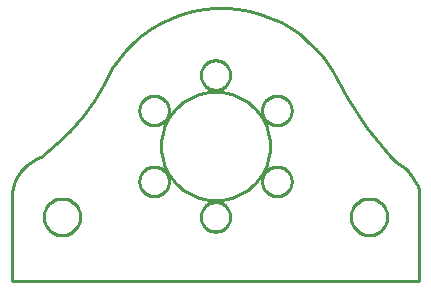
<source format=gbr>
G04 EAGLE Gerber RS-274X export*
G75*
%MOMM*%
%FSLAX34Y34*%
%LPD*%
%IN*%
%IPPOS*%
%AMOC8*
5,1,8,0,0,1.08239X$1,22.5*%
G01*
%ADD10C,0.254000*%


D10*
X0Y0D02*
X345000Y0D01*
X345000Y75000D01*
X344538Y76900D01*
X343588Y79874D01*
X342381Y82755D01*
X340929Y85519D01*
X339240Y88146D01*
X337330Y90616D01*
X335211Y92910D01*
X332901Y95010D01*
X330416Y96902D01*
X327776Y98569D01*
X325000Y100000D01*
X319948Y105609D01*
X301153Y128920D01*
X284461Y153780D01*
X270000Y180000D01*
X269620Y180597D01*
X264118Y188401D01*
X257956Y195696D01*
X251183Y202426D01*
X243848Y208539D01*
X236009Y213991D01*
X227725Y218738D01*
X219058Y222746D01*
X210075Y225982D01*
X200844Y228424D01*
X191435Y230051D01*
X181920Y230853D01*
X172372Y230822D01*
X162863Y229959D01*
X153465Y228270D01*
X144250Y225769D01*
X135288Y222475D01*
X126647Y218411D01*
X118394Y213610D01*
X110590Y208108D01*
X103295Y201947D01*
X96565Y195174D01*
X90451Y187839D01*
X85000Y180000D01*
X78332Y166424D01*
X69896Y152367D01*
X60268Y139098D01*
X49520Y126719D01*
X37734Y115324D01*
X25000Y105000D01*
X23802Y104559D01*
X20769Y103231D01*
X17864Y101643D01*
X15108Y99808D01*
X12523Y97740D01*
X10128Y95454D01*
X7941Y92968D01*
X5979Y90302D01*
X4257Y87474D01*
X2788Y84507D01*
X1583Y81423D01*
X651Y78246D01*
X0Y75000D01*
X0Y0D01*
X218503Y113052D02*
X218503Y114954D01*
X218425Y116854D01*
X218268Y118749D01*
X218032Y120636D01*
X217719Y122512D01*
X217329Y124373D01*
X216862Y126217D01*
X216320Y128040D01*
X215702Y129838D01*
X215011Y131610D01*
X214247Y133352D01*
X213412Y135060D01*
X212506Y136733D01*
X211533Y138366D01*
X210493Y139959D01*
X209388Y141506D01*
X208220Y143007D01*
X206990Y144458D01*
X205702Y145857D01*
X204358Y147202D01*
X202959Y148490D01*
X201507Y149719D01*
X200007Y150887D01*
X198459Y151992D01*
X196867Y153033D01*
X195233Y154006D01*
X193560Y154911D01*
X191852Y155746D01*
X190110Y156510D01*
X188339Y157202D01*
X186540Y157819D01*
X184717Y158362D01*
X182874Y158829D01*
X181012Y159219D01*
X179137Y159532D01*
X177249Y159767D01*
X175354Y159924D01*
X173454Y160003D01*
X171552Y160003D01*
X169652Y159924D01*
X167757Y159767D01*
X165870Y159532D01*
X163994Y159219D01*
X162133Y158829D01*
X160289Y158362D01*
X158466Y157819D01*
X156668Y157202D01*
X154896Y156510D01*
X153154Y155746D01*
X151446Y154911D01*
X149773Y154006D01*
X148140Y153033D01*
X146548Y151992D01*
X145000Y150887D01*
X143499Y149719D01*
X142048Y148490D01*
X140649Y147202D01*
X139304Y145857D01*
X138016Y144458D01*
X136787Y143007D01*
X135619Y141506D01*
X134514Y139959D01*
X133473Y138366D01*
X132500Y136733D01*
X131595Y135060D01*
X130760Y133352D01*
X129996Y131610D01*
X129304Y129838D01*
X128687Y128040D01*
X128144Y126217D01*
X127677Y124373D01*
X127287Y122512D01*
X126974Y120636D01*
X126739Y118749D01*
X126582Y116854D01*
X126503Y114954D01*
X126503Y113052D01*
X126582Y111152D01*
X126739Y109257D01*
X126974Y107369D01*
X127287Y105494D01*
X127677Y103632D01*
X128144Y101789D01*
X128687Y99966D01*
X129304Y98167D01*
X129996Y96396D01*
X130760Y94654D01*
X131595Y92946D01*
X132500Y91273D01*
X133473Y89639D01*
X134514Y88047D01*
X135619Y86499D01*
X136787Y84999D01*
X138016Y83547D01*
X139304Y82148D01*
X140649Y80804D01*
X142048Y79516D01*
X143499Y78286D01*
X145000Y77118D01*
X146548Y76013D01*
X148140Y74973D01*
X149773Y74000D01*
X151446Y73094D01*
X153154Y72259D01*
X154896Y71495D01*
X156668Y70804D01*
X158466Y70187D01*
X160289Y69644D01*
X162133Y69177D01*
X163994Y68787D01*
X165870Y68474D01*
X167757Y68238D01*
X169652Y68081D01*
X171552Y68003D01*
X173454Y68003D01*
X175354Y68081D01*
X177249Y68238D01*
X179137Y68474D01*
X181012Y68787D01*
X182874Y69177D01*
X184717Y69644D01*
X186540Y70187D01*
X188339Y70804D01*
X190110Y71495D01*
X191852Y72259D01*
X193560Y73094D01*
X195233Y74000D01*
X196867Y74973D01*
X198459Y76013D01*
X200007Y77118D01*
X201507Y78286D01*
X202959Y79516D01*
X204358Y80804D01*
X205702Y82148D01*
X206990Y83547D01*
X208220Y84999D01*
X209388Y86499D01*
X210493Y88047D01*
X211533Y89639D01*
X212506Y91273D01*
X213412Y92946D01*
X214247Y94654D01*
X215011Y96396D01*
X215702Y98167D01*
X216320Y99966D01*
X216862Y101789D01*
X217329Y103632D01*
X217719Y105494D01*
X218032Y107369D01*
X218268Y109257D01*
X218425Y111152D01*
X218503Y113052D01*
X58009Y53440D02*
X57930Y52336D01*
X57772Y51240D01*
X57537Y50158D01*
X57225Y49096D01*
X56838Y48058D01*
X56378Y47051D01*
X55848Y46080D01*
X55249Y45148D01*
X54586Y44262D01*
X53861Y43425D01*
X53078Y42642D01*
X52241Y41917D01*
X51355Y41254D01*
X50423Y40655D01*
X49452Y40124D01*
X48444Y39665D01*
X47407Y39278D01*
X46345Y38966D01*
X45263Y38730D01*
X44167Y38573D01*
X43063Y38494D01*
X41955Y38494D01*
X40851Y38573D01*
X39755Y38730D01*
X38673Y38966D01*
X37611Y39278D01*
X36574Y39665D01*
X35567Y40124D01*
X34595Y40655D01*
X33663Y41254D01*
X32777Y41917D01*
X31940Y42642D01*
X31157Y43425D01*
X30432Y44262D01*
X29769Y45148D01*
X29170Y46080D01*
X28640Y47051D01*
X28180Y48058D01*
X27793Y49096D01*
X27481Y50158D01*
X27246Y51240D01*
X27088Y52336D01*
X27009Y53440D01*
X27009Y54547D01*
X27088Y55652D01*
X27246Y56748D01*
X27481Y57829D01*
X27793Y58892D01*
X28180Y59929D01*
X28640Y60936D01*
X29170Y61908D01*
X29769Y62839D01*
X30432Y63726D01*
X31157Y64563D01*
X31940Y65345D01*
X32777Y66070D01*
X33663Y66734D01*
X34595Y67333D01*
X35567Y67863D01*
X36574Y68323D01*
X37611Y68710D01*
X38673Y69022D01*
X39755Y69257D01*
X40851Y69415D01*
X41955Y69494D01*
X43063Y69494D01*
X44167Y69415D01*
X45263Y69257D01*
X46345Y69022D01*
X47407Y68710D01*
X48444Y68323D01*
X49452Y67863D01*
X50423Y67333D01*
X51355Y66734D01*
X52241Y66070D01*
X53078Y65345D01*
X53861Y64563D01*
X54586Y63726D01*
X55249Y62839D01*
X55848Y61908D01*
X56378Y60936D01*
X56838Y59929D01*
X57225Y58892D01*
X57537Y57829D01*
X57772Y56748D01*
X57930Y55652D01*
X58009Y54547D01*
X58009Y53440D01*
X317997Y53440D02*
X317918Y52336D01*
X317761Y51240D01*
X317525Y50158D01*
X317213Y49096D01*
X316827Y48058D01*
X316367Y47051D01*
X315836Y46080D01*
X315237Y45148D01*
X314574Y44262D01*
X313849Y43425D01*
X313066Y42642D01*
X312229Y41917D01*
X311343Y41254D01*
X310412Y40655D01*
X309440Y40124D01*
X308433Y39665D01*
X307395Y39278D01*
X306333Y38966D01*
X305251Y38730D01*
X304155Y38573D01*
X303051Y38494D01*
X301944Y38494D01*
X300839Y38573D01*
X299743Y38730D01*
X298662Y38966D01*
X297599Y39278D01*
X296562Y39665D01*
X295555Y40124D01*
X294583Y40655D01*
X293652Y41254D01*
X292765Y41917D01*
X291929Y42642D01*
X291146Y43425D01*
X290421Y44262D01*
X289757Y45148D01*
X289159Y46080D01*
X288628Y47051D01*
X288168Y48058D01*
X287781Y49096D01*
X287469Y50158D01*
X287234Y51240D01*
X287076Y52336D01*
X286997Y53440D01*
X286997Y54547D01*
X287076Y55652D01*
X287234Y56748D01*
X287469Y57829D01*
X287781Y58892D01*
X288168Y59929D01*
X288628Y60936D01*
X289159Y61908D01*
X289757Y62839D01*
X290421Y63726D01*
X291146Y64563D01*
X291929Y65345D01*
X292765Y66070D01*
X293652Y66734D01*
X294583Y67333D01*
X295555Y67863D01*
X296562Y68323D01*
X297599Y68710D01*
X298662Y69022D01*
X299743Y69257D01*
X300839Y69415D01*
X301944Y69494D01*
X303051Y69494D01*
X304155Y69415D01*
X305251Y69257D01*
X306333Y69022D01*
X307395Y68710D01*
X308433Y68323D01*
X309440Y67863D01*
X310412Y67333D01*
X311343Y66734D01*
X312229Y66070D01*
X313066Y65345D01*
X313849Y64563D01*
X314574Y63726D01*
X315237Y62839D01*
X315836Y61908D01*
X316367Y60936D01*
X316827Y59929D01*
X317213Y58892D01*
X317525Y57829D01*
X317761Y56748D01*
X317918Y55652D01*
X317997Y54547D01*
X317997Y53440D01*
X185003Y173493D02*
X184926Y172514D01*
X184772Y171543D01*
X184543Y170588D01*
X184240Y169654D01*
X183864Y168747D01*
X183418Y167871D01*
X182905Y167034D01*
X182327Y166239D01*
X181689Y165492D01*
X180995Y164798D01*
X180248Y164160D01*
X179453Y163583D01*
X178616Y163069D01*
X177740Y162623D01*
X176833Y162247D01*
X175899Y161944D01*
X174944Y161715D01*
X173974Y161561D01*
X172994Y161484D01*
X172012Y161484D01*
X171033Y161561D01*
X170063Y161715D01*
X169108Y161944D01*
X168173Y162247D01*
X167266Y162623D01*
X166391Y163069D01*
X165553Y163583D01*
X164759Y164160D01*
X164012Y164798D01*
X163317Y165492D01*
X162679Y166239D01*
X162102Y167034D01*
X161589Y167871D01*
X161143Y168747D01*
X160767Y169654D01*
X160463Y170588D01*
X160234Y171543D01*
X160080Y172514D01*
X160003Y173493D01*
X160003Y174475D01*
X160080Y175454D01*
X160234Y176424D01*
X160463Y177380D01*
X160767Y178314D01*
X161143Y179221D01*
X161589Y180096D01*
X162102Y180934D01*
X162679Y181729D01*
X163317Y182475D01*
X164012Y183170D01*
X164759Y183808D01*
X165553Y184385D01*
X166391Y184899D01*
X167266Y185344D01*
X168173Y185720D01*
X169108Y186024D01*
X170063Y186253D01*
X171033Y186407D01*
X172012Y186484D01*
X172994Y186484D01*
X173974Y186407D01*
X174944Y186253D01*
X175899Y186024D01*
X176833Y185720D01*
X177740Y185344D01*
X178616Y184899D01*
X179453Y184385D01*
X180248Y183808D01*
X180995Y183170D01*
X181689Y182475D01*
X182327Y181729D01*
X182905Y180934D01*
X183418Y180096D01*
X183864Y179221D01*
X184240Y178314D01*
X184543Y177380D01*
X184772Y176424D01*
X184926Y175454D01*
X185003Y174475D01*
X185003Y173493D01*
X185003Y53535D02*
X184926Y52556D01*
X184772Y51586D01*
X184543Y50631D01*
X184240Y49696D01*
X183864Y48789D01*
X183418Y47914D01*
X182905Y47076D01*
X182327Y46282D01*
X181689Y45535D01*
X180995Y44840D01*
X180248Y44202D01*
X179453Y43625D01*
X178616Y43112D01*
X177740Y42666D01*
X176833Y42290D01*
X175899Y41986D01*
X174944Y41757D01*
X173974Y41603D01*
X172994Y41526D01*
X172012Y41526D01*
X171033Y41603D01*
X170063Y41757D01*
X169108Y41986D01*
X168173Y42290D01*
X167266Y42666D01*
X166391Y43112D01*
X165553Y43625D01*
X164759Y44202D01*
X164012Y44840D01*
X163317Y45535D01*
X162679Y46282D01*
X162102Y47076D01*
X161589Y47914D01*
X161143Y48789D01*
X160767Y49696D01*
X160463Y50631D01*
X160234Y51586D01*
X160080Y52556D01*
X160003Y53535D01*
X160003Y54517D01*
X160080Y55497D01*
X160234Y56467D01*
X160463Y57422D01*
X160767Y58356D01*
X161143Y59263D01*
X161589Y60139D01*
X162102Y60976D01*
X162679Y61771D01*
X163317Y62518D01*
X164012Y63212D01*
X164759Y63850D01*
X165553Y64428D01*
X166391Y64941D01*
X167266Y65387D01*
X168173Y65763D01*
X169108Y66066D01*
X170063Y66295D01*
X171033Y66449D01*
X172012Y66526D01*
X172994Y66526D01*
X173974Y66449D01*
X174944Y66295D01*
X175899Y66066D01*
X176833Y65763D01*
X177740Y65387D01*
X178616Y64941D01*
X179453Y64428D01*
X180248Y63850D01*
X180995Y63212D01*
X181689Y62518D01*
X182327Y61771D01*
X182905Y60976D01*
X183418Y60139D01*
X183864Y59263D01*
X184240Y58356D01*
X184543Y57422D01*
X184772Y56467D01*
X184926Y55497D01*
X185003Y54517D01*
X185003Y53535D01*
X236963Y83511D02*
X236886Y82532D01*
X236732Y81562D01*
X236503Y80607D01*
X236199Y79672D01*
X235823Y78765D01*
X235377Y77890D01*
X234864Y77052D01*
X234287Y76258D01*
X233649Y75511D01*
X232954Y74816D01*
X232207Y74178D01*
X231413Y73601D01*
X230575Y73088D01*
X229700Y72642D01*
X228792Y72266D01*
X227858Y71962D01*
X226903Y71733D01*
X225933Y71579D01*
X224954Y71502D01*
X223972Y71502D01*
X222992Y71579D01*
X222022Y71733D01*
X221067Y71962D01*
X220133Y72266D01*
X219225Y72642D01*
X218350Y73088D01*
X217513Y73601D01*
X216718Y74178D01*
X215971Y74816D01*
X215277Y75511D01*
X214639Y76258D01*
X214061Y77052D01*
X213548Y77890D01*
X213102Y78765D01*
X212726Y79672D01*
X212423Y80607D01*
X212193Y81562D01*
X212040Y82532D01*
X211963Y83511D01*
X211963Y84493D01*
X212040Y85473D01*
X212193Y86443D01*
X212423Y87398D01*
X212726Y88332D01*
X213102Y89239D01*
X213548Y90115D01*
X214061Y90952D01*
X214639Y91747D01*
X215277Y92494D01*
X215971Y93188D01*
X216718Y93826D01*
X217513Y94404D01*
X218350Y94917D01*
X219225Y95363D01*
X220133Y95739D01*
X221067Y96042D01*
X222022Y96271D01*
X222992Y96425D01*
X223972Y96502D01*
X224954Y96502D01*
X225933Y96425D01*
X226903Y96271D01*
X227858Y96042D01*
X228792Y95739D01*
X229700Y95363D01*
X230575Y94917D01*
X231413Y94404D01*
X232207Y93826D01*
X232954Y93188D01*
X233649Y92494D01*
X234287Y91747D01*
X234864Y90952D01*
X235377Y90115D01*
X235823Y89239D01*
X236199Y88332D01*
X236503Y87398D01*
X236732Y86443D01*
X236886Y85473D01*
X236963Y84493D01*
X236963Y83511D01*
X236948Y143537D02*
X236871Y142558D01*
X236717Y141588D01*
X236488Y140633D01*
X236184Y139698D01*
X235808Y138791D01*
X235362Y137916D01*
X234849Y137078D01*
X234272Y136283D01*
X233634Y135537D01*
X232939Y134842D01*
X232192Y134204D01*
X231398Y133627D01*
X230560Y133114D01*
X229685Y132668D01*
X228777Y132292D01*
X227843Y131988D01*
X226888Y131759D01*
X225918Y131605D01*
X224939Y131528D01*
X223956Y131528D01*
X222977Y131605D01*
X222007Y131759D01*
X221052Y131988D01*
X220118Y132292D01*
X219210Y132668D01*
X218335Y133114D01*
X217498Y133627D01*
X216703Y134204D01*
X215956Y134842D01*
X215261Y135537D01*
X214624Y136283D01*
X214046Y137078D01*
X213533Y137916D01*
X213087Y138791D01*
X212711Y139698D01*
X212408Y140633D01*
X212178Y141588D01*
X212025Y142558D01*
X211948Y143537D01*
X211948Y144519D01*
X212025Y145498D01*
X212178Y146469D01*
X212408Y147424D01*
X212711Y148358D01*
X213087Y149265D01*
X213533Y150141D01*
X214046Y150978D01*
X214624Y151773D01*
X215261Y152520D01*
X215956Y153214D01*
X216703Y153852D01*
X217498Y154430D01*
X218335Y154943D01*
X219210Y155389D01*
X220118Y155765D01*
X221052Y156068D01*
X222007Y156297D01*
X222977Y156451D01*
X223956Y156528D01*
X224939Y156528D01*
X225918Y156451D01*
X226888Y156297D01*
X227843Y156068D01*
X228777Y155765D01*
X229685Y155389D01*
X230560Y154943D01*
X231398Y154430D01*
X232192Y153852D01*
X232939Y153214D01*
X233634Y152520D01*
X234272Y151773D01*
X234849Y150978D01*
X235362Y150141D01*
X235808Y149265D01*
X236184Y148358D01*
X236488Y147424D01*
X236717Y146469D01*
X236871Y145498D01*
X236948Y144519D01*
X236948Y143537D01*
X133046Y83510D02*
X132969Y82531D01*
X132815Y81561D01*
X132586Y80606D01*
X132282Y79672D01*
X131907Y78764D01*
X131461Y77889D01*
X130947Y77051D01*
X130370Y76257D01*
X129732Y75510D01*
X129038Y74815D01*
X128291Y74177D01*
X127496Y73600D01*
X126659Y73087D01*
X125783Y72641D01*
X124876Y72265D01*
X123942Y71962D01*
X122987Y71732D01*
X122016Y71579D01*
X121037Y71501D01*
X120055Y71501D01*
X119076Y71579D01*
X118106Y71732D01*
X117150Y71962D01*
X116216Y72265D01*
X115309Y72641D01*
X114434Y73087D01*
X113596Y73600D01*
X112801Y74177D01*
X112054Y74815D01*
X111360Y75510D01*
X110722Y76257D01*
X110145Y77051D01*
X109631Y77889D01*
X109185Y78764D01*
X108810Y79672D01*
X108506Y80606D01*
X108277Y81561D01*
X108123Y82531D01*
X108046Y83510D01*
X108046Y84493D01*
X108123Y85472D01*
X108277Y86442D01*
X108506Y87397D01*
X108810Y88331D01*
X109185Y89239D01*
X109631Y90114D01*
X110145Y90951D01*
X110722Y91746D01*
X111360Y92493D01*
X112054Y93188D01*
X112801Y93826D01*
X113596Y94403D01*
X114434Y94916D01*
X115309Y95362D01*
X116216Y95738D01*
X117150Y96041D01*
X118106Y96271D01*
X119076Y96424D01*
X120055Y96501D01*
X121037Y96501D01*
X122016Y96424D01*
X122987Y96271D01*
X123942Y96041D01*
X124876Y95738D01*
X125783Y95362D01*
X126659Y94916D01*
X127496Y94403D01*
X128291Y93826D01*
X129038Y93188D01*
X129732Y92493D01*
X130370Y91746D01*
X130947Y90951D01*
X131461Y90114D01*
X131907Y89239D01*
X132282Y88331D01*
X132586Y87397D01*
X132815Y86442D01*
X132969Y85472D01*
X133046Y84493D01*
X133046Y83510D01*
X133059Y143487D02*
X132982Y142508D01*
X132828Y141537D01*
X132599Y140582D01*
X132295Y139648D01*
X131919Y138741D01*
X131473Y137865D01*
X130960Y137028D01*
X130383Y136233D01*
X129745Y135486D01*
X129050Y134792D01*
X128303Y134154D01*
X127509Y133576D01*
X126671Y133063D01*
X125796Y132617D01*
X124889Y132241D01*
X123954Y131938D01*
X122999Y131709D01*
X122029Y131555D01*
X121050Y131478D01*
X120068Y131478D01*
X119088Y131555D01*
X118118Y131709D01*
X117163Y131938D01*
X116229Y132241D01*
X115321Y132617D01*
X114446Y133063D01*
X113609Y133576D01*
X112814Y134154D01*
X112067Y134792D01*
X111373Y135486D01*
X110735Y136233D01*
X110157Y137028D01*
X109644Y137865D01*
X109198Y138741D01*
X108822Y139648D01*
X108519Y140582D01*
X108289Y141537D01*
X108136Y142508D01*
X108059Y143487D01*
X108059Y144469D01*
X108136Y145448D01*
X108289Y146418D01*
X108519Y147373D01*
X108822Y148308D01*
X109198Y149215D01*
X109644Y150090D01*
X110157Y150928D01*
X110735Y151723D01*
X111373Y152469D01*
X112067Y153164D01*
X112814Y153802D01*
X113609Y154379D01*
X114446Y154892D01*
X115321Y155338D01*
X116229Y155714D01*
X117163Y156018D01*
X118118Y156247D01*
X119088Y156401D01*
X120068Y156478D01*
X121050Y156478D01*
X122029Y156401D01*
X122999Y156247D01*
X123954Y156018D01*
X124889Y155714D01*
X125796Y155338D01*
X126671Y154892D01*
X127509Y154379D01*
X128303Y153802D01*
X129050Y153164D01*
X129745Y152469D01*
X130383Y151723D01*
X130960Y150928D01*
X131473Y150090D01*
X131919Y149215D01*
X132295Y148308D01*
X132599Y147373D01*
X132828Y146418D01*
X132982Y145448D01*
X133059Y144469D01*
X133059Y143487D01*
M02*

</source>
